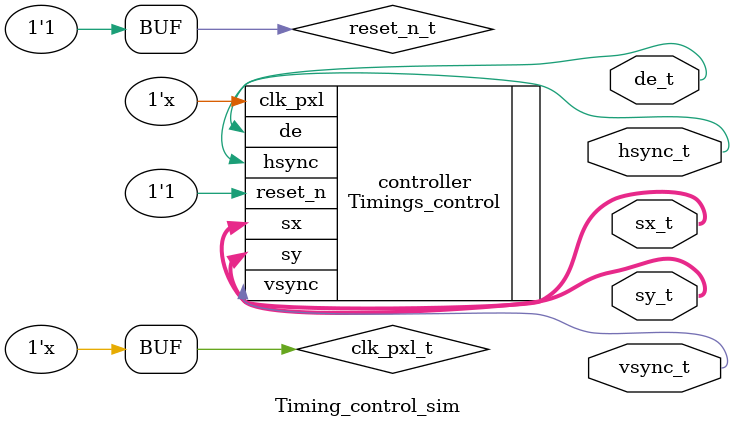
<source format=v>
`timescale 1ns / 1ps


module Timing_control_sim(output hsync_t, //negative polarity
                       output vsync_t, //negative polarity
                       output de_t, //1 = can draw, 0= cant draw
                       output wire [9:0] sx_t,//position of pointer (x)
                       output wire [9:0] sy_t);
    
    reg clk_pxl_t;
    reg reset_n_t;
    
    Timings_control controller (.clk_pxl(clk_pxl_t),
                                .reset_n(reset_n_t), 
                                .hsync(hsync_t), 
                                .vsync(vsync_t), 
                                .de(de_t),
                                .sx(sx_t), 
                                .sy(sy_t)
                                );
                                
    initial begin
        reset_n_t = 1;
        clk_pxl_t = 0;
        #10;
        reset_n_t = 0;
        #10;
        reset_n_t = 1;
    end
 
    always #40 clk_pxl_t = ~clk_pxl_t;
 
endmodule

</source>
